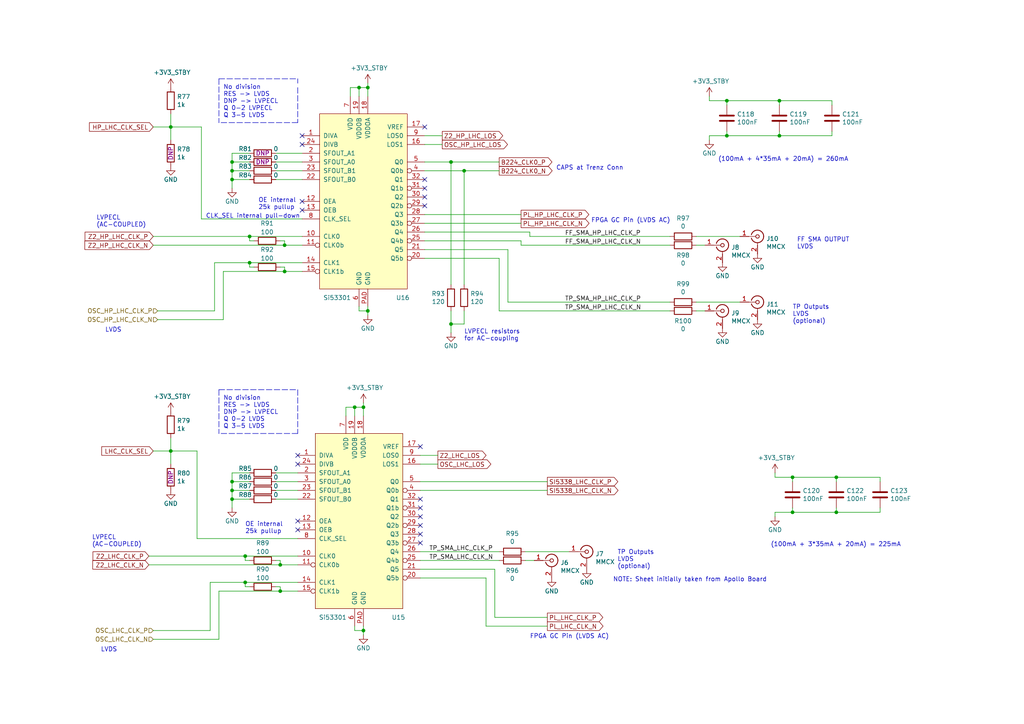
<source format=kicad_sch>
(kicad_sch (version 20211123) (generator eeschema)
  (paper "A4")
  (title_block (title "ATCA ZynqMP") (date "2020-08-20") (rev "v2.0") (company "Karlsruhe Institute of Technology (KIT) & São Paulo Research and Analysis Center (SPRACE)") (comment 1 "Luis Ardila, Oliver Sander, Luigi Calligaris, & André Cascadan"))
  (lib_symbols
    (symbol "Connector:Conn_Coaxial" (pin_names (offset 1.016) hide)
      (property "Reference" "J" (at 0.254 3.048 0))
      (property "Value" "Conn_Coaxial" (at 2.921 0 90))
      (symbol "Conn_Coaxial_0_1"
        (arc (start -1.778 -0.508) (mid 0.2311 -1.8066) (end 1.778 0) (stroke (width 0.254)))
        (polyline (pts (xy -2.54 0) (xy -0.508 0)))
        (polyline (pts (xy 0 -2.54) (xy 0 -1.778)))
        (circle (center 0 0) (radius 0.508) (stroke (width 0.2032)))
        (arc (start 1.778 0) (mid 0.2099 1.8101) (end -1.778 0.508) (stroke (width 0.254)))
      )
      (symbol "Conn_Coaxial_1_1"
        (pin passive line (at -5.08 0 0) (length 2.54) (name "In") (number "1"))
        (pin passive line (at 0 -5.08 90) (length 2.54) (name "Ext") (number "2"))
      )
    )
    (symbol "Device:C" (pin_numbers hide) (pin_names (offset 0.254))
      (property "Reference" "C" (at 0.635 2.54 0))
      (property "Value" "C" (at 0.635 -2.54 0))
      (symbol "C_0_1"
        (polyline (pts (xy -2.032 -0.762) (xy 2.032 -0.762)) (stroke (width 0.508)))
        (polyline (pts (xy -2.032 0.762) (xy 2.032 0.762)) (stroke (width 0.508)))
      )
      (symbol "C_1_1"
        (pin passive line (at 0 3.81 270) (length 2.794) (name "~") (number "1"))
        (pin passive line (at 0 -3.81 90) (length 2.794) (name "~") (number "2"))
      )
    )
    (symbol "Device:R" (pin_numbers hide) (pin_names (offset 0))
      (property "Reference" "R" (at 2.032 0 90))
      (property "Value" "R" (at 0 0 90))
      (symbol "R_0_1"
        (rectangle (start -1.016 -2.54) (end 1.016 2.54) (stroke (width 0.254)))
      )
      (symbol "R_1_1"
        (pin passive line (at 0 3.81 270) (length 1.27) (name "~") (number "1"))
        (pin passive line (at 0 -3.81 90) (length 1.27) (name "~") (number "2"))
      )
    )
    (symbol "KIT_Clock:Si53301" (pin_names (offset 1.016))
      (property "Reference" "U" (at 10.16 27.94 0))
      (property "Value" "Si53301" (at 7.62 -24.13 0))
      (symbol "Si53301_0_1"
        (rectangle (start -12.7 25.4) (end 12.7 -25.4) (fill (type background)))
      )
      (symbol "Si53301_1_1"
        (pin input line (at -17.78 19.05 0) (length 5.08) (name "DIVA") (number "1"))
        (pin input line (at -17.78 -10.16 0) (length 5.08) (name "CLK0") (number "10"))
        (pin input inverted (at -17.78 -12.7 0) (length 5.08) (name "CLK0b") (number "11"))
        (pin input line (at -17.78 0 0) (length 5.08) (name "OEA") (number "12"))
        (pin input line (at -17.78 -2.54 0) (length 5.08) (name "OEB") (number "13"))
        (pin input line (at -17.78 -17.78 0) (length 5.08) (name "CLK1") (number "14"))
        (pin input inverted (at -17.78 -20.32 0) (length 5.08) (name "CLK1b") (number "15"))
        (pin output line (at 17.78 16.51 180) (length 5.08) (name "LOS1") (number "16"))
        (pin power_out line (at 17.78 21.59 180) (length 5.08) (name "VREF") (number "17"))
        (pin power_in line (at 1.27 30.48 270) (length 5.08) (name "VDDOA") (number "18"))
        (pin power_in line (at -1.27 30.48 270) (length 5.08) (name "VDDOB") (number "19"))
        (pin input line (at -17.78 13.97 0) (length 5.08) (name "SFOUT_A1") (number "2"))
        (pin output inverted (at 17.78 -16.51 180) (length 5.08) (name "Q5b") (number "20"))
        (pin output line (at 17.78 -13.97 180) (length 5.08) (name "Q5") (number "21"))
        (pin input line (at -17.78 6.35 0) (length 5.08) (name "SFOUT_B0") (number "22"))
        (pin input line (at -17.78 8.89 0) (length 5.08) (name "SFOUT_B1") (number "23"))
        (pin input line (at -17.78 16.51 0) (length 5.08) (name "DIVB") (number "24"))
        (pin output inverted (at 17.78 -11.43 180) (length 5.08) (name "Q4b") (number "25"))
        (pin output line (at 17.78 -8.89 180) (length 5.08) (name "Q4") (number "26"))
        (pin output inverted (at 17.78 -6.35 180) (length 5.08) (name "Q3b") (number "27"))
        (pin output line (at 17.78 -3.81 180) (length 5.08) (name "Q3") (number "28"))
        (pin output inverted (at 17.78 -1.27 180) (length 5.08) (name "Q2b") (number "29"))
        (pin input line (at -17.78 11.43 0) (length 5.08) (name "SFOUT_A0") (number "3"))
        (pin output line (at 17.78 1.27 180) (length 5.08) (name "Q2") (number "30"))
        (pin output inverted (at 17.78 3.81 180) (length 5.08) (name "Q1b") (number "31"))
        (pin output line (at 17.78 6.35 180) (length 5.08) (name "Q1") (number "32"))
        (pin output inverted (at 17.78 8.89 180) (length 5.08) (name "Q0b") (number "4"))
        (pin output line (at 17.78 11.43 180) (length 5.08) (name "Q0") (number "5"))
        (pin power_in line (at -1.27 -30.48 90) (length 5.08) (name "GND") (number "6"))
        (pin power_in line (at -3.81 30.48 270) (length 5.08) (name "VDD") (number "7"))
        (pin input line (at -17.78 -5.08 0) (length 5.08) (name "CLK_SEL") (number "8"))
        (pin output line (at 17.78 19.05 180) (length 5.08) (name "LOS0") (number "9"))
        (pin power_in line (at 1.27 -30.48 90) (length 5.08) (name "GND") (number "PAD"))
      )
    )
    (symbol "KIT_Power:+3V3_STBY" (power) (pin_names (offset 0))
      (property "Value" "+3V3_STBY" (at 0 3.556 0))
      (symbol "+3V3_STBY_0_1"
        (polyline (pts (xy -0.762 1.27) (xy 0 2.54)))
        (polyline (pts (xy 0 0) (xy 0 2.54)))
        (polyline (pts (xy 0 2.54) (xy 0.762 1.27)))
      )
      (symbol "+3V3_STBY_1_1"
        (pin power_in line (at 0 0 90) (length 0) hide (name "+3V3_STBY") (number "1"))
      )
    )
    (symbol "power:GND" (power) (pin_names (offset 0))
      (property "Value" "GND" (at 0 -3.81 0))
      (symbol "GND_0_1"
        (polyline (pts (xy 0 0) (xy 0 -1.27) (xy 1.27 -1.27) (xy 0 -2.54) (xy -1.27 -1.27) (xy 0 -1.27)))
      )
      (symbol "GND_1_1"
        (pin power_in line (at 0 0 270) (length 0) hide (name "GND") (number "1"))
      )
    )
  )
  (junction (at 106.68 25.4))
  (junction (at 49.53 36.83))
  (junction (at 72.39 68.58))
  (junction (at 49.53 130.81))
  (junction (at 130.81 93.98))
  (junction (at 67.31 142.24))
  (junction (at 81.28 171.45))
  (junction (at 242.57 138.43))
  (junction (at 81.28 163.83))
  (junction (at 71.12 168.91))
  (junction (at 210.82 39.37))
  (junction (at 102.87 118.11))
  (junction (at 242.57 148.59))
  (junction (at 82.55 71.12))
  (junction (at 82.55 78.74))
  (junction (at 72.39 76.2))
  (junction (at 67.31 139.7))
  (junction (at 67.31 52.07))
  (junction (at 104.14 25.4))
  (junction (at 106.68 90.17))
  (junction (at 67.31 46.99))
  (junction (at 229.87 138.43))
  (junction (at 105.41 182.88))
  (junction (at 226.06 39.37))
  (junction (at 134.62 49.53))
  (junction (at 130.81 46.99))
  (junction (at 67.31 144.78))
  (junction (at 71.12 161.29))
  (junction (at 210.82 29.21))
  (junction (at 105.41 118.11))
  (junction (at 226.06 29.21))
  (junction (at 67.31 49.53))
  (junction (at 229.87 148.59))
  (no_connect (at 86.36 132.08))
  (no_connect (at 123.19 57.15))
  (no_connect (at 86.36 151.13))
  (no_connect (at 86.36 153.67))
  (no_connect (at 87.63 39.37))
  (no_connect (at 123.19 36.83))
  (no_connect (at 123.19 54.61))
  (no_connect (at 86.36 134.62))
  (no_connect (at 121.92 144.78))
  (no_connect (at 87.63 41.91))
  (no_connect (at 121.92 154.94))
  (no_connect (at 87.63 58.42))
  (no_connect (at 121.92 147.32))
  (no_connect (at 121.92 152.4))
  (no_connect (at 121.92 149.86))
  (no_connect (at 87.63 60.96))
  (no_connect (at 123.19 59.69))
  (no_connect (at 123.19 52.07))
  (no_connect (at 121.92 157.48))
  (no_connect (at 121.92 129.54))
  (wire (pts (xy 242.57 138.43) (xy 229.87 138.43)))
  (wire (pts (xy 100.33 120.65) (xy 100.33 118.11)))
  (wire (pts (xy 242.57 148.59) (xy 255.27 148.59)))
  (wire (pts (xy 72.39 139.7) (xy 67.31 139.7)))
  (wire (pts (xy 229.87 138.43) (xy 229.87 139.7)))
  (wire (pts (xy 62.23 76.2) (xy 72.39 76.2)))
  (wire (pts (xy 201.93 90.17) (xy 204.47 90.17)))
  (wire (pts (xy 87.63 44.45) (xy 80.01 44.45)))
  (wire (pts (xy 205.74 29.21) (xy 205.74 27.94)))
  (wire (pts (xy 81.28 77.47) (xy 82.55 77.47)))
  (wire (pts (xy 140.97 167.64) (xy 140.97 181.61)))
  (wire (pts (xy 123.19 46.99) (xy 130.81 46.99)))
  (wire (pts (xy 134.62 93.98) (xy 130.81 93.98)))
  (wire (pts (xy 67.31 142.24) (xy 67.31 144.78)))
  (wire (pts (xy 67.31 46.99) (xy 67.31 49.53)))
  (wire (pts (xy 143.51 165.1) (xy 121.92 165.1)))
  (wire (pts (xy 87.63 52.07) (xy 80.01 52.07)))
  (wire (pts (xy 44.45 185.42) (xy 63.5 185.42)))
  (wire (pts (xy 81.28 171.45) (xy 86.36 171.45)))
  (wire (pts (xy 62.23 90.17) (xy 62.23 76.2)))
  (wire (pts (xy 45.72 92.71) (xy 64.77 92.71)))
  (polyline (pts (xy 86.36 25.4) (xy 86.36 35.56)))
  (polyline (pts (xy 63.5 22.86) (xy 86.36 22.86)))
  (wire (pts (xy 201.93 71.12) (xy 204.47 71.12)))
  (wire (pts (xy 67.31 139.7) (xy 67.31 142.24)))
  (polyline (pts (xy 63.5 22.86) (xy 63.5 35.56)))
  (wire (pts (xy 80.01 49.53) (xy 87.63 49.53)))
  (wire (pts (xy 134.62 49.53) (xy 144.78 49.53)))
  (wire (pts (xy 71.12 170.18) (xy 71.12 168.91)))
  (polyline (pts (xy 63.5 113.03) (xy 63.5 125.73)))
  (wire (pts (xy 72.39 144.78) (xy 67.31 144.78)))
  (wire (pts (xy 104.14 90.17) (xy 104.14 88.9)))
  (wire (pts (xy 151.13 71.12) (xy 194.31 71.12)))
  (wire (pts (xy 229.87 148.59) (xy 242.57 148.59)))
  (wire (pts (xy 242.57 138.43) (xy 242.57 139.7)))
  (wire (pts (xy 67.31 52.07) (xy 67.31 54.61)))
  (wire (pts (xy 130.81 46.99) (xy 144.78 46.99)))
  (wire (pts (xy 210.82 30.48) (xy 210.82 29.21)))
  (wire (pts (xy 255.27 148.59) (xy 255.27 147.32)))
  (wire (pts (xy 140.97 181.61) (xy 158.75 181.61)))
  (wire (pts (xy 57.15 130.81) (xy 57.15 156.21)))
  (wire (pts (xy 123.19 69.85) (xy 151.13 69.85)))
  (wire (pts (xy 72.39 44.45) (xy 67.31 44.45)))
  (wire (pts (xy 67.31 49.53) (xy 72.39 49.53)))
  (wire (pts (xy 71.12 162.56) (xy 72.39 162.56)))
  (wire (pts (xy 100.33 118.11) (xy 102.87 118.11)))
  (wire (pts (xy 64.77 78.74) (xy 82.55 78.74)))
  (wire (pts (xy 242.57 147.32) (xy 242.57 148.59)))
  (wire (pts (xy 101.6 27.94) (xy 101.6 25.4)))
  (wire (pts (xy 147.32 87.63) (xy 147.32 72.39)))
  (wire (pts (xy 45.72 90.17) (xy 62.23 90.17)))
  (wire (pts (xy 80.01 170.18) (xy 81.28 170.18)))
  (wire (pts (xy 121.92 134.62) (xy 127 134.62)))
  (wire (pts (xy 67.31 137.16) (xy 67.31 139.7)))
  (wire (pts (xy 158.75 179.07) (xy 143.51 179.07)))
  (wire (pts (xy 81.28 163.83) (xy 81.28 162.56)))
  (wire (pts (xy 44.45 68.58) (xy 72.39 68.58)))
  (wire (pts (xy 87.63 46.99) (xy 80.01 46.99)))
  (wire (pts (xy 123.19 41.91) (xy 128.27 41.91)))
  (wire (pts (xy 102.87 182.88) (xy 102.87 181.61)))
  (wire (pts (xy 106.68 90.17) (xy 104.14 90.17)))
  (wire (pts (xy 86.36 137.16) (xy 80.01 137.16)))
  (polyline (pts (xy 86.36 113.03) (xy 86.36 125.73)))
  (wire (pts (xy 106.68 90.17) (xy 106.68 91.44)))
  (wire (pts (xy 72.39 170.18) (xy 71.12 170.18)))
  (wire (pts (xy 255.27 139.7) (xy 255.27 138.43)))
  (wire (pts (xy 101.6 25.4) (xy 104.14 25.4)))
  (wire (pts (xy 123.19 49.53) (xy 134.62 49.53)))
  (wire (pts (xy 106.68 88.9) (xy 106.68 90.17)))
  (wire (pts (xy 210.82 39.37) (xy 226.06 39.37)))
  (wire (pts (xy 205.74 40.64) (xy 205.74 39.37)))
  (wire (pts (xy 82.55 69.85) (xy 81.28 69.85)))
  (wire (pts (xy 72.39 68.58) (xy 72.39 69.85)))
  (wire (pts (xy 201.93 87.63) (xy 214.63 87.63)))
  (wire (pts (xy 72.39 77.47) (xy 72.39 76.2)))
  (wire (pts (xy 121.92 162.56) (xy 144.78 162.56)))
  (wire (pts (xy 86.36 139.7) (xy 80.01 139.7)))
  (wire (pts (xy 81.28 170.18) (xy 81.28 171.45)))
  (wire (pts (xy 210.82 29.21) (xy 226.06 29.21)))
  (wire (pts (xy 86.36 144.78) (xy 80.01 144.78)))
  (wire (pts (xy 49.53 127) (xy 49.53 130.81)))
  (wire (pts (xy 255.27 138.43) (xy 242.57 138.43)))
  (wire (pts (xy 63.5 185.42) (xy 63.5 171.45)))
  (wire (pts (xy 44.45 71.12) (xy 82.55 71.12)))
  (wire (pts (xy 43.18 161.29) (xy 71.12 161.29)))
  (wire (pts (xy 130.81 93.98) (xy 130.81 96.52)))
  (wire (pts (xy 82.55 78.74) (xy 87.63 78.74)))
  (wire (pts (xy 144.78 90.17) (xy 194.31 90.17)))
  (wire (pts (xy 58.42 36.83) (xy 58.42 63.5)))
  (wire (pts (xy 105.41 181.61) (xy 105.41 182.88)))
  (wire (pts (xy 82.55 71.12) (xy 87.63 71.12)))
  (wire (pts (xy 123.19 67.31) (xy 153.67 67.31)))
  (wire (pts (xy 229.87 138.43) (xy 224.79 138.43)))
  (wire (pts (xy 60.96 182.88) (xy 60.96 168.91)))
  (wire (pts (xy 72.39 76.2) (xy 87.63 76.2)))
  (wire (pts (xy 64.77 92.71) (xy 64.77 78.74)))
  (wire (pts (xy 121.92 139.7) (xy 158.75 139.7)))
  (wire (pts (xy 105.41 182.88) (xy 105.41 184.15)))
  (wire (pts (xy 134.62 90.17) (xy 134.62 93.98)))
  (wire (pts (xy 102.87 120.65) (xy 102.87 118.11)))
  (wire (pts (xy 82.55 71.12) (xy 82.55 69.85)))
  (wire (pts (xy 205.74 39.37) (xy 210.82 39.37)))
  (wire (pts (xy 226.06 38.1) (xy 226.06 39.37)))
  (wire (pts (xy 226.06 39.37) (xy 241.3 39.37)))
  (wire (pts (xy 105.41 116.84) (xy 105.41 118.11)))
  (wire (pts (xy 67.31 142.24) (xy 72.39 142.24)))
  (wire (pts (xy 121.92 167.64) (xy 140.97 167.64)))
  (wire (pts (xy 241.3 29.21) (xy 241.3 30.48)))
  (wire (pts (xy 44.45 182.88) (xy 60.96 182.88)))
  (wire (pts (xy 104.14 25.4) (xy 106.68 25.4)))
  (wire (pts (xy 71.12 161.29) (xy 86.36 161.29)))
  (wire (pts (xy 49.53 33.02) (xy 49.53 36.83)))
  (wire (pts (xy 201.93 68.58) (xy 214.63 68.58)))
  (wire (pts (xy 82.55 77.47) (xy 82.55 78.74)))
  (wire (pts (xy 67.31 49.53) (xy 67.31 52.07)))
  (wire (pts (xy 49.53 130.81) (xy 49.53 134.62)))
  (wire (pts (xy 44.45 130.81) (xy 49.53 130.81)))
  (wire (pts (xy 130.81 46.99) (xy 130.81 82.55)))
  (wire (pts (xy 241.3 38.1) (xy 241.3 39.37)))
  (wire (pts (xy 72.39 46.99) (xy 67.31 46.99)))
  (wire (pts (xy 143.51 165.1) (xy 143.51 179.07)))
  (wire (pts (xy 49.53 130.81) (xy 57.15 130.81)))
  (polyline (pts (xy 63.5 113.03) (xy 86.36 113.03)))
  (wire (pts (xy 49.53 36.83) (xy 58.42 36.83)))
  (wire (pts (xy 104.14 27.94) (xy 104.14 25.4)))
  (wire (pts (xy 144.78 90.17) (xy 144.78 74.93)))
  (wire (pts (xy 72.39 137.16) (xy 67.31 137.16)))
  (polyline (pts (xy 86.36 24.13) (xy 86.36 22.86)))
  (wire (pts (xy 60.96 168.91) (xy 71.12 168.91)))
  (wire (pts (xy 229.87 147.32) (xy 229.87 148.59)))
  (wire (pts (xy 123.19 62.23) (xy 151.13 62.23)))
  (wire (pts (xy 72.39 69.85) (xy 73.66 69.85)))
  (wire (pts (xy 205.74 29.21) (xy 210.82 29.21)))
  (wire (pts (xy 130.81 90.17) (xy 130.81 93.98)))
  (wire (pts (xy 67.31 144.78) (xy 67.31 147.32)))
  (wire (pts (xy 80.01 142.24) (xy 86.36 142.24)))
  (wire (pts (xy 224.79 149.86) (xy 224.79 148.59)))
  (wire (pts (xy 43.18 163.83) (xy 81.28 163.83)))
  (wire (pts (xy 81.28 163.83) (xy 86.36 163.83)))
  (wire (pts (xy 102.87 118.11) (xy 105.41 118.11)))
  (wire (pts (xy 71.12 161.29) (xy 71.12 162.56)))
  (wire (pts (xy 226.06 29.21) (xy 241.3 29.21)))
  (wire (pts (xy 123.19 64.77) (xy 151.13 64.77)))
  (wire (pts (xy 105.41 118.11) (xy 105.41 120.65)))
  (wire (pts (xy 105.41 182.88) (xy 102.87 182.88)))
  (wire (pts (xy 44.45 36.83) (xy 49.53 36.83)))
  (wire (pts (xy 67.31 44.45) (xy 67.31 46.99)))
  (wire (pts (xy 151.13 71.12) (xy 151.13 69.85)))
  (wire (pts (xy 106.68 24.13) (xy 106.68 25.4)))
  (wire (pts (xy 81.28 162.56) (xy 80.01 162.56)))
  (wire (pts (xy 153.67 68.58) (xy 153.67 67.31)))
  (wire (pts (xy 147.32 87.63) (xy 194.31 87.63)))
  (wire (pts (xy 123.19 72.39) (xy 147.32 72.39)))
  (polyline (pts (xy 86.36 125.73) (xy 63.5 125.73)))
  (wire (pts (xy 58.42 63.5) (xy 87.63 63.5)))
  (wire (pts (xy 123.19 74.93) (xy 144.78 74.93)))
  (wire (pts (xy 123.19 39.37) (xy 128.27 39.37)))
  (wire (pts (xy 121.92 160.02) (xy 144.78 160.02)))
  (wire (pts (xy 121.92 142.24) (xy 158.75 142.24)))
  (wire (pts (xy 106.68 25.4) (xy 106.68 27.94)))
  (wire (pts (xy 226.06 29.21) (xy 226.06 30.48)))
  (wire (pts (xy 57.15 156.21) (xy 86.36 156.21)))
  (wire (pts (xy 49.53 36.83) (xy 49.53 40.64)))
  (wire (pts (xy 152.4 160.02) (xy 165.1 160.02)))
  (wire (pts (xy 72.39 68.58) (xy 87.63 68.58)))
  (wire (pts (xy 73.66 77.47) (xy 72.39 77.47)))
  (wire (pts (xy 152.4 162.56) (xy 154.94 162.56)))
  (wire (pts (xy 63.5 171.45) (xy 81.28 171.45)))
  (wire (pts (xy 224.79 148.59) (xy 229.87 148.59)))
  (wire (pts (xy 224.79 138.43) (xy 224.79 137.16)))
  (polyline (pts (xy 86.36 35.56) (xy 63.5 35.56)))
  (wire (pts (xy 210.82 39.37) (xy 210.82 38.1)))
  (wire (pts (xy 153.67 68.58) (xy 194.31 68.58)))
  (wire (pts (xy 134.62 49.53) (xy 134.62 82.55)))
  (wire (pts (xy 71.12 168.91) (xy 86.36 168.91)))
  (wire (pts (xy 72.39 52.07) (xy 67.31 52.07)))
  (wire (pts (xy 121.92 132.08) (xy 127 132.08)))
  (text "OE internal \n25k pullup" (at 74.93 60.96 0) (effects (font (size 1.27 1.27)) (justify left bottom)))
  (text "(100mA + 4*35mA + 20mA) = 260mA" (at 208.28 46.99 0) (effects (font (size 1.27 1.27)) (justify left bottom)))
  (text "(100mA + 3*35mA + 20mA) = 225mA" (at 223.52 158.75 0) (effects (font (size 1.27 1.27)) (justify left bottom)))
  (text "OE internal \n25k pullup" (at 71.12 154.94 0) (effects (font (size 1.27 1.27)) (justify left bottom)))
  (text "No division\nRES -> LVDS\nDNP -> LVPECL\nQ 0-2 LVPECL\nQ 3-5 LVDS " (at 64.77 34.29 0) (effects (font (size 1.27 1.27)) (justify left bottom)))
  (text "FPGA GC Pin (LVDS AC)" (at 171.45 64.77 0) (effects (font (size 1.27 1.27)) (justify left bottom)))
  (text "FPGA GC Pin (LVDS AC)" (at 153.67 185.42 0) (effects (font (size 1.27 1.27)) (justify left bottom)))
  (text "LVPECL resistors\nfor AC-coupling" (at 134.62 99.06 0) (effects (font (size 1.27 1.27)) (justify left bottom)))
  (text "LVDS" (at 30.48 96.52 0) (effects (font (size 1.27 1.27)) (justify left bottom)))
  (text "TP Outputs\nLVDS\n(optional)" (at 229.87 93.98 0) (effects (font (size 1.27 1.27)) (justify left bottom)))
  (text "CLK_SEL internal pull-down" (at 59.69 63.5 0) (effects (font (size 1.27 1.27)) (justify left bottom)))
  (text "TP Outputs\nLVDS\n(optional)" (at 179.07 165.1 0) (effects (font (size 1.27 1.27)) (justify left bottom)))
  (text "CAPS at Trenz Conn" (at 161.29 49.53 0) (effects (font (size 1.27 1.27)) (justify left bottom)))
  (text "LVDS" (at 29.21 189.23 0) (effects (font (size 1.27 1.27)) (justify left bottom)))
  (text "NOTE: Sheet initially taken from Apollo Board" (at 177.8 168.91 0) (effects (font (size 1.27 1.27)) (justify left bottom)))
  (text "LVPECL\n(AC-COUPLED)" (at 26.67 158.75 0) (effects (font (size 1.27 1.27)) (justify left bottom)))
  (text "No division\nRES -> LVDS\nDNP -> LVPECL\nQ 0-2 LVDS\nQ 3-5 LVDS " (at 64.77 124.46 0) (effects (font (size 1.27 1.27)) (justify left bottom)))
  (text "LVPECL\n(AC-COUPLED)" (at 27.94 66.04 0) (effects (font (size 1.27 1.27)) (justify left bottom)))
  (text "FF SMA OUTPUT\nLVDS" (at 231.14 72.39 0) (effects (font (size 1.27 1.27)) (justify left bottom)))
  (label "TP_SMA_LHC_CLK_N" (at 124.46 162.56 0))
  (label "FF_SMA_HP_LHC_CLK_P" (at 163.83 68.58 0))
  (label "TP_SMA_HP_LHC_CLK_P" (at 163.83 87.63 0))
  (label "TP_SMA_LHC_CLK_P" (at 124.46 160.02 0))
  (label "TP_SMA_HP_LHC_CLK_N" (at 163.83 90.17 0))
  (label "FF_SMA_HP_LHC_CLK_N" (at 163.83 71.12 0))
  (global_label "Z2_LHC_CLK_N" (shape input) (at 43.18 163.83 180) (property "Intersheet References" "${INTERSHEET_REFS}" (effects hide)))
  (global_label "Z2_LHC_LOS" (shape output) (at 127 132.08 0) (property "Intersheet References" "${INTERSHEET_REFS}" (effects hide)))
  (global_label "OSC_HP_LHC_LOS" (shape output) (at 128.27 41.91 0) (property "Intersheet References" "${INTERSHEET_REFS}" (effects hide)))
  (global_label "Z2_HP_LHC_CLK_N" (shape input) (at 44.45 71.12 180) (property "Intersheet References" "${INTERSHEET_REFS}" (effects hide)))
  (global_label "Z2_LHC_CLK_P" (shape input) (at 43.18 161.29 180) (property "Intersheet References" "${INTERSHEET_REFS}" (effects hide)))
  (global_label "HP_LHC_CLK_SEL" (shape input) (at 44.45 36.83 180) (property "Intersheet References" "${INTERSHEET_REFS}" (effects hide)))
  (global_label "PL_HP_LHC_CLK_P" (shape output) (at 151.13 62.23 0) (property "Intersheet References" "${INTERSHEET_REFS}" (effects hide)))
  (global_label "LHC_CLK_SEL" (shape input) (at 44.45 130.81 180) (property "Intersheet References" "${INTERSHEET_REFS}" (effects hide)))
  (global_label "OSC_LHC_LOS" (shape output) (at 127 134.62 0) (property "Intersheet References" "${INTERSHEET_REFS}" (effects hide)))
  (global_label "B224_CLK0_P" (shape output) (at 144.78 46.99 0) (property "Intersheet References" "${INTERSHEET_REFS}" (effects hide)))
  (global_label "PL_HP_LHC_CLK_N" (shape output) (at 151.13 64.77 0) (property "Intersheet References" "${INTERSHEET_REFS}" (effects hide)))
  (global_label "B224_CLK0_N" (shape output) (at 144.78 49.53 0) (property "Intersheet References" "${INTERSHEET_REFS}" (effects hide)))
  (global_label "PL_LHC_CLK_N" (shape output) (at 158.75 181.61 0) (property "Intersheet References" "${INTERSHEET_REFS}" (effects hide)))
  (global_label "Z2_HP_LHC_CLK_P" (shape input) (at 44.45 68.58 180) (property "Intersheet References" "${INTERSHEET_REFS}" (effects hide)))
  (global_label "Z2_HP_LHC_LOS" (shape output) (at 128.27 39.37 0) (property "Intersheet References" "${INTERSHEET_REFS}" (effects hide)))
  (global_label "SI5338_LHC_CLK_P" (shape output) (at 158.75 139.7 0) (property "Intersheet References" "${INTERSHEET_REFS}" (effects hide)))
  (global_label "PL_LHC_CLK_P" (shape output) (at 158.75 179.07 0) (property "Intersheet References" "${INTERSHEET_REFS}" (effects hide)))
  (global_label "SI5338_LHC_CLK_N" (shape output) (at 158.75 142.24 0) (property "Intersheet References" "${INTERSHEET_REFS}" (effects hide)))
  (hierarchical_label "OSC_LHC_CLK_P" (shape input) (at 44.45 182.88 180))
  (hierarchical_label "OSC_LHC_CLK_N" (shape input) (at 44.45 185.42 180))
  (hierarchical_label "OSC_HP_LHC_CLK_N" (shape input) (at 45.72 92.71 180))
  (hierarchical_label "OSC_HP_LHC_CLK_P" (shape input) (at 45.72 90.17 180))
  (symbol (lib_id "Device:R") (at 49.53 44.45 0) (unit 1)
    (property "Reference" "R78" (at 51.308 43.2816 0) (effects (justify left)))
    (property "Value" "1k" (at 51.308 45.593 0) (effects (justify left)))
    (property "Footprint" "KIT_Resistor_SMD:R_0402_1005Metric_DNP" (effects hide))
    (property "DNP" "DNP" (at 49.53 44.45 90))
    (property "stock" "AVT-IPE" (effects hide))
  )
  (symbol (lib_id "KIT_Clock:Si53301") (at 105.41 58.42 0) (unit 1)
    (property "Reference" "U16" (at 116.84 86.36 0))
    (property "Value" "Si53301" (at 97.79 86.36 0))
    (property "Footprint" "KIT_Package_DFN_QFN:QFN-32-1EP_5x5mm_P0.5mm_EP2.2x2.2mm" (effects hide))
    (property "Datasheet" "https://www.silabs.com/documents/public/data-sheets/si5330x-datasheet.pdf" (effects hide))
    (property "digikey#" "336-2391-ND" (effects hide))
    (property "manf" "Silicon Labs" (effects hide))
    (property "manf#" "SI53301-B-GM" (effects hide))
    (property "info" "Clock Fanout Buffer (Distribution), Multiplexer, Translator IC 1:6 725MHz 32-VFQFN Exposed Pad" (effects hide))
  )
  (symbol (lib_id "Device:R") (at 49.53 29.21 0) (unit 1)
    (property "Reference" "R77" (at 51.308 28.0416 0) (effects (justify left)))
    (property "Value" "1k" (at 51.308 30.353 0) (effects (justify left)))
    (property "Footprint" "Resistor_SMD:R_0402_1005Metric" (effects hide))
    (property "stock" "AVT-IPE" (effects hide))
    (property "tolerance" "1%" (effects hide))
  )
  (symbol (lib_id "Device:R") (at 77.47 77.47 270) (unit 1)
    (property "Reference" "R92" (at 77.47 72.39 90))
    (property "Value" "100" (at 77.47 74.93 90))
    (property "Footprint" "Resistor_SMD:R_0402_1005Metric" (effects hide))
    (property "stock" "AVT-IPE" (effects hide))
  )
  (symbol (lib_id "Device:R") (at 77.47 69.85 270) (unit 1)
    (property "Reference" "R91" (at 77.47 64.77 90))
    (property "Value" "100" (at 77.47 67.31 90))
    (property "Footprint" "Resistor_SMD:R_0402_1005Metric" (effects hide))
    (property "stock" "AVT-IPE" (effects hide))
  )
  (symbol (lib_id "Device:R") (at 130.81 86.36 0) (unit 1)
    (property "Reference" "R93" (at 129.0574 85.1916 0) (effects (justify right)))
    (property "Value" "120" (at 129.0574 87.503 0) (effects (justify right)))
    (property "Footprint" "Resistor_SMD:R_0402_1005Metric" (effects hide))
  )
  (symbol (lib_id "Device:R") (at 134.62 86.36 0) (unit 1)
    (property "Reference" "R94" (at 136.398 85.1916 0) (effects (justify left)))
    (property "Value" "120" (at 136.398 87.503 0) (effects (justify left)))
    (property "Footprint" "Resistor_SMD:R_0402_1005Metric" (effects hide))
  )
  (symbol (lib_id "power:GND") (at 130.81 96.52 0) (unit 1)
    (property "Reference" "#PWR0126" (effects hide))
    (property "Value" "GND" (at 130.81 100.33 0))
  )
  (symbol (lib_id "Device:R") (at 76.2 46.99 90) (unit 1)
    (property "Reference" "R82" (at 71.12 45.72 90))
    (property "Value" "0" (at 80.01 45.72 90))
    (property "Footprint" "KIT_Resistor_SMD:R_0402_1005Metric_DNP" (effects hide))
    (property "DNP" "DNP" (at 76.2 46.99 90))
    (property "stock" "AVT-IPE" (effects hide))
    (property "tolerance" "1%" (effects hide))
  )
  (symbol (lib_id "Device:R") (at 76.2 44.45 90) (unit 1)
    (property "Reference" "R81" (at 71.12 43.18 90))
    (property "Value" "0" (at 80.01 43.18 90))
    (property "Footprint" "KIT_Resistor_SMD:R_0402_1005Metric_DNP" (effects hide))
    (property "DNP" "DNP" (at 76.2 44.45 90))
    (property "stock" "AVT-IPE" (effects hide))
    (property "tolerance" "1%" (effects hide))
  )
  (symbol (lib_id "power:GND") (at 106.68 91.44 0) (unit 1)
    (property "Reference" "#PWR0125" (effects hide))
    (property "Value" "GND" (at 106.68 95.25 0))
  )
  (symbol (lib_id "power:GND") (at 49.53 48.26 0) (unit 1)
    (property "Reference" "#PWR0117" (effects hide))
    (property "Value" "GND" (at 49.53 52.07 0))
  )
  (symbol (lib_id "Device:C") (at 241.3 34.29 0) (mirror y) (unit 1)
    (property "Reference" "C121" (at 244.221 33.1216 0) (effects (justify right)))
    (property "Value" "100nF" (at 244.221 35.433 0) (effects (justify right)))
    (property "Footprint" "Capacitor_SMD:C_0402_1005Metric" (effects hide))
    (property "voltage" "25 V" (effects hide))
    (property "stock" "AVT-IPE" (effects hide))
  )
  (symbol (lib_id "Device:C") (at 226.06 34.29 0) (mirror y) (unit 1)
    (property "Reference" "C119" (at 228.981 33.1216 0) (effects (justify right)))
    (property "Value" "100nF" (at 228.981 35.433 0) (effects (justify right)))
    (property "Footprint" "Capacitor_SMD:C_0402_1005Metric" (effects hide))
    (property "voltage" "25 V" (effects hide))
    (property "stock" "AVT-IPE" (effects hide))
  )
  (symbol (lib_id "Device:C") (at 210.82 34.29 0) (mirror y) (unit 1)
    (property "Reference" "C118" (at 213.741 33.1216 0) (effects (justify right)))
    (property "Value" "100nF" (at 213.741 35.433 0) (effects (justify right)))
    (property "Footprint" "Capacitor_SMD:C_0402_1005Metric" (effects hide))
    (property "voltage" "25 V" (effects hide))
    (property "stock" "AVT-IPE" (effects hide))
  )
  (symbol (lib_id "KIT_Clock:Si53301") (at 104.14 151.13 0) (unit 1)
    (property "Reference" "U15" (at 115.57 179.07 0))
    (property "Value" "Si53301" (at 96.52 179.07 0))
    (property "Footprint" "KIT_Package_DFN_QFN:QFN-32-1EP_5x5mm_P0.5mm_EP2.2x2.2mm" (effects hide))
    (property "Datasheet" "https://www.silabs.com/documents/public/data-sheets/si5330x-datasheet.pdf" (effects hide))
    (property "digikey#" "336-2391-ND" (effects hide))
    (property "info" "Clock Fanout Buffer (Distribution), Multiplexer, Translator IC 1:6 725MHz 32-VFQFN Exposed Pad" (effects hide))
    (property "manf" "Silicon Labs" (effects hide))
    (property "manf#" "SI53301-B-GM" (effects hide))
  )
  (symbol (lib_id "Device:R") (at 49.53 138.43 0) (unit 1)
    (property "Reference" "R80" (at 51.308 137.2616 0) (effects (justify left)))
    (property "Value" "1k" (at 51.308 139.573 0) (effects (justify left)))
    (property "Footprint" "KIT_Resistor_SMD:R_0402_1005Metric_DNP" (effects hide))
    (property "DNP" "DNP" (at 49.53 138.43 90))
    (property "stock" "AVT-IPE" (effects hide))
  )
  (symbol (lib_id "Device:R") (at 76.2 162.56 270) (unit 1)
    (property "Reference" "R89" (at 76.2 157.48 90))
    (property "Value" "100" (at 76.2 160.02 90))
    (property "Footprint" "Resistor_SMD:R_0402_1005Metric" (effects hide))
    (property "stock" "AVT-IPE" (effects hide))
  )
  (symbol (lib_id "Device:R") (at 76.2 170.18 270) (unit 1)
    (property "Reference" "R90" (at 76.2 165.1 90))
    (property "Value" "100" (at 76.2 167.64 90))
    (property "Footprint" "Resistor_SMD:R_0402_1005Metric" (effects hide))
    (property "stock" "AVT-IPE" (effects hide))
  )
  (symbol (lib_id "Device:R") (at 76.2 139.7 90) (unit 1)
    (property "Reference" "R86" (at 71.12 138.43 90))
    (property "Value" "0" (at 80.01 138.43 90))
    (property "Footprint" "Resistor_SMD:R_0402_1005Metric" (effects hide))
    (property "Datasheet" "Datasheet" (effects hide))
    (property "stock" "AVT-IPE" (effects hide))
    (property "tolerance" "1%" (effects hide))
  )
  (symbol (lib_id "power:GND") (at 105.41 184.15 0) (unit 1)
    (property "Reference" "#PWR0123" (effects hide))
    (property "Value" "GND" (at 105.41 187.96 0))
  )
  (symbol (lib_id "Device:R") (at 49.53 123.19 0) (unit 1)
    (property "Reference" "R79" (at 51.308 122.0216 0) (effects (justify left)))
    (property "Value" "1k" (at 51.308 124.333 0) (effects (justify left)))
    (property "Footprint" "Resistor_SMD:R_0402_1005Metric" (effects hide))
    (property "stock" "AVT-IPE" (effects hide))
    (property "tolerance" "1%" (effects hide))
  )
  (symbol (lib_id "power:GND") (at 49.53 142.24 0) (unit 1)
    (property "Reference" "#PWR0119" (effects hide))
    (property "Value" "GND" (at 49.53 146.05 0))
  )
  (symbol (lib_id "Device:R") (at 76.2 137.16 90) (unit 1)
    (property "Reference" "R85" (at 71.12 135.89 90))
    (property "Value" "0" (at 80.01 135.89 90))
    (property "Footprint" "Resistor_SMD:R_0402_1005Metric" (effects hide))
    (property "Datasheet" "Datasheet" (effects hide))
    (property "stock" "AVT-IPE" (effects hide))
    (property "tolerance" "1%" (effects hide))
  )
  (symbol (lib_id "Device:C") (at 255.27 143.51 0) (mirror y) (unit 1)
    (property "Reference" "C123" (at 258.191 142.3416 0) (effects (justify right)))
    (property "Value" "100nF" (at 258.191 144.653 0) (effects (justify right)))
    (property "Footprint" "Capacitor_SMD:C_0402_1005Metric" (effects hide))
    (property "voltage" "25 V" (effects hide))
    (property "stock" "AVT-IPE" (effects hide))
  )
  (symbol (lib_id "Device:C") (at 242.57 143.51 0) (mirror y) (unit 1)
    (property "Reference" "C122" (at 245.491 142.3416 0) (effects (justify right)))
    (property "Value" "100nF" (at 245.491 144.653 0) (effects (justify right)))
    (property "Footprint" "Capacitor_SMD:C_0402_1005Metric" (effects hide))
    (property "voltage" "25 V" (effects hide))
    (property "stock" "AVT-IPE" (effects hide))
  )
  (symbol (lib_id "Device:C") (at 229.87 143.51 0) (mirror y) (unit 1)
    (property "Reference" "C120" (at 232.791 142.3416 0) (effects (justify right)))
    (property "Value" "100nF" (at 232.791 144.653 0) (effects (justify right)))
    (property "Footprint" "Capacitor_SMD:C_0402_1005Metric" (effects hide))
    (property "voltage" "25 V" (effects hide))
    (property "stock" "AVT-IPE" (effects hide))
  )
  (symbol (lib_id "power:GND") (at 67.31 54.61 0) (unit 1)
    (property "Reference" "#PWR0120" (effects hide))
    (property "Value" "GND" (at 67.31 58.42 0))
  )
  (symbol (lib_id "power:GND") (at 67.31 147.32 0) (unit 1)
    (property "Reference" "#PWR0121" (effects hide))
    (property "Value" "GND" (at 67.31 151.13 0))
  )
  (symbol (lib_id "Connector:Conn_Coaxial") (at 219.71 68.58 0) (unit 1)
    (property "Reference" "J10" (at 222.25 69.215 0) (effects (justify left)))
    (property "Value" "MMCX" (at 222.25 71.5264 0) (effects (justify left)))
    (property "Footprint" "Connector_Coaxial:MMCX_Molex_73415-1471_Vertical" (effects hide))
    (property "Datasheet" "Datasheet" (effects hide))
    (property "DNP" "DNP" (effects hide))
    (property "digikey#" "WM5557-ND" (effects hide))
    (property "info" "MMCX Connector Jack, Female Socket 50Ohm Through Hole Solder" (effects hide))
    (property "manf" "Molex" (effects hide))
    (property "manf#" "0734151471" (effects hide))
  )
  (symbol (lib_id "Connector:Conn_Coaxial") (at 209.55 71.12 0) (unit 1)
    (property "Reference" "J8" (at 212.09 71.755 0) (effects (justify left)))
    (property "Value" "MMCX" (at 212.09 74.0664 0) (effects (justify left)))
    (property "Footprint" "Connector_Coaxial:MMCX_Molex_73415-1471_Vertical" (effects hide))
    (property "Datasheet" "Datasheet" (effects hide))
    (property "DNP" "DNP" (effects hide))
    (property "digikey#" "WM5557-ND" (effects hide))
    (property "info" "MMCX Connector Jack, Female Socket 50Ohm Through Hole Solder" (effects hide))
    (property "manf" "Molex" (effects hide))
    (property "manf#" "0734151471" (effects hide))
  )
  (symbol (lib_id "power:GND") (at 209.55 76.2 0) (unit 1)
    (property "Reference" "#PWR0131" (effects hide))
    (property "Value" "GND" (at 209.55 80.01 0))
  )
  (symbol (lib_id "power:GND") (at 219.71 73.66 0) (unit 1)
    (property "Reference" "#PWR0133" (effects hide))
    (property "Value" "GND" (at 219.71 77.47 0))
  )
  (symbol (lib_id "Device:R") (at 198.12 68.58 270) (unit 1)
    (property "Reference" "R97" (at 198.12 63.3222 90))
    (property "Value" "0" (at 198.12 65.6336 90))
    (property "Footprint" "Resistor_SMD:R_0603_1608Metric" (effects hide))
    (property "stock" "AVT-IPE" (effects hide))
  )
  (symbol (lib_id "Device:R") (at 198.12 71.12 270) (mirror x) (unit 1)
    (property "Reference" "R98" (at 198.12 74.041 90))
    (property "Value" "0" (at 198.12 76.3524 90))
    (property "Footprint" "Resistor_SMD:R_0603_1608Metric" (effects hide))
    (property "stock" "AVT-IPE" (effects hide))
  )
  (symbol (lib_id "Connector:Conn_Coaxial") (at 219.71 87.63 0) (unit 1)
    (property "Reference" "J11" (at 222.25 88.265 0) (effects (justify left)))
    (property "Value" "MMCX" (at 222.25 90.5764 0) (effects (justify left)))
    (property "Footprint" "Connector_Coaxial:MMCX_Molex_73415-1471_Vertical" (effects hide))
    (property "Datasheet" "Datasheet" (effects hide))
    (property "DNP" "DNP" (effects hide))
    (property "digikey#" "WM5557-ND" (effects hide))
    (property "info" "MMCX Connector Jack, Female Socket 50Ohm Through Hole Solder" (effects hide))
    (property "manf" "Molex" (effects hide))
    (property "manf#" "0734151471" (effects hide))
  )
  (symbol (lib_id "Connector:Conn_Coaxial") (at 209.55 90.17 0) (unit 1)
    (property "Reference" "J9" (at 212.09 90.805 0) (effects (justify left)))
    (property "Value" "MMCX" (at 212.09 93.1164 0) (effects (justify left)))
    (property "Footprint" "Connector_Coaxial:MMCX_Molex_73415-1471_Vertical" (effects hide))
    (property "Datasheet" "Datasheet" (effects hide))
    (property "DNP" "DNP" (effects hide))
    (property "digikey#" "WM5557-ND" (effects hide))
    (property "info" "MMCX Connector Jack, Female Socket 50Ohm Through Hole Solder" (effects hide))
    (property "manf" "Molex" (effects hide))
    (property "manf#" "0734151471" (effects hide))
  )
  (symbol (lib_id "power:GND") (at 209.55 95.25 0) (unit 1)
    (property "Reference" "#PWR0132" (effects hide))
    (property "Value" "GND" (at 209.55 99.06 0))
  )
  (symbol (lib_id "power:GND") (at 219.71 92.71 0) (unit 1)
    (property "Reference" "#PWR0134" (effects hide))
    (property "Value" "GND" (at 219.71 96.52 0))
  )
  (symbol (lib_id "Device:R") (at 198.12 87.63 270) (unit 1)
    (property "Reference" "R99" (at 198.12 82.3722 90))
    (property "Value" "0" (at 198.12 84.6836 90))
    (property "Footprint" "Resistor_SMD:R_0603_1608Metric" (effects hide))
    (property "stock" "AVT-IPE" (effects hide))
  )
  (symbol (lib_id "Device:R") (at 198.12 90.17 270) (mirror x) (unit 1)
    (property "Reference" "R100" (at 198.12 93.091 90))
    (property "Value" "0" (at 198.12 95.4024 90))
    (property "Footprint" "Resistor_SMD:R_0603_1608Metric" (effects hide))
    (property "stock" "AVT-IPE" (effects hide))
  )
  (symbol (lib_id "Connector:Conn_Coaxial") (at 170.18 160.02 0) (unit 1)
    (property "Reference" "J7" (at 172.72 160.655 0) (effects (justify left)))
    (property "Value" "MMCX" (at 172.72 162.9664 0) (effects (justify left)))
    (property "Footprint" "Connector_Coaxial:MMCX_Molex_73415-1471_Vertical" (effects hide))
    (property "Datasheet" "Datasheet" (effects hide))
    (property "DNP" "DNP" (effects hide))
    (property "digikey#" "WM5557-ND" (effects hide))
    (property "info" "MMCX Connector Jack, Female Socket 50Ohm Through Hole Solder" (effects hide))
    (property "manf" "Molex" (effects hide))
    (property "manf#" "0734151471" (effects hide))
  )
  (symbol (lib_id "Connector:Conn_Coaxial") (at 160.02 162.56 0) (unit 1)
    (property "Reference" "J6" (at 162.56 163.195 0) (effects (justify left)))
    (property "Value" "MMCX" (at 162.56 165.5064 0) (effects (justify left)))
    (property "Footprint" "Connector_Coaxial:MMCX_Molex_73415-1471_Vertical" (effects hide))
    (property "Datasheet" "Datasheet" (effects hide))
    (property "DNP" "DNP" (effects hide))
    (property "digikey#" "WM5557-ND" (effects hide))
    (property "info" "MMCX Connector Jack, Female Socket 50Ohm Through Hole Solder" (effects hide))
    (property "manf" "Molex" (effects hide))
    (property "manf#" "0734151471" (effects hide))
  )
  (symbol (lib_id "power:GND") (at 160.02 167.64 0) (unit 1)
    (property "Reference" "#PWR0127" (effects hide))
    (property "Value" "GND" (at 160.02 171.45 0))
  )
  (symbol (lib_id "power:GND") (at 170.18 165.1 0) (unit 1)
    (property "Reference" "#PWR0128" (effects hide))
    (property "Value" "GND" (at 170.18 168.91 0))
  )
  (symbol (lib_id "Device:R") (at 148.59 160.02 270) (unit 1)
    (property "Reference" "R95" (at 148.59 154.7622 90))
    (property "Value" "0" (at 148.59 157.0736 90))
    (property "Footprint" "Resistor_SMD:R_0603_1608Metric" (effects hide))
    (property "stock" "AVT-IPE" (effects hide))
  )
  (symbol (lib_id "Device:R") (at 148.59 162.56 270) (mirror x) (unit 1)
    (property "Reference" "R96" (at 148.59 165.481 90))
    (property "Value" "0" (at 148.59 167.7924 90))
    (property "Footprint" "Resistor_SMD:R_0603_1608Metric" (effects hide))
    (property "stock" "AVT-IPE" (effects hide))
  )
  (symbol (lib_id "KIT_Power:+3V3_STBY") (at 106.68 24.13 0) (unit 1)
    (property "Reference" "#PWR0124" (effects hide))
    (property "Value" "+3V3_STBY" (at 107.061 19.7358 0))
  )
  (symbol (lib_id "KIT_Power:+3V3_STBY") (at 49.53 25.4 0) (unit 1)
    (property "Reference" "#PWR0116" (effects hide))
    (property "Value" "+3V3_STBY" (at 49.911 21.0058 0))
  )
  (symbol (lib_id "KIT_Power:+3V3_STBY") (at 49.53 119.38 0) (unit 1)
    (property "Reference" "#PWR0118" (effects hide))
    (property "Value" "+3V3_STBY" (at 49.911 114.9858 0))
  )
  (symbol (lib_id "KIT_Power:+3V3_STBY") (at 105.41 116.84 0) (unit 1)
    (property "Reference" "#PWR0122" (effects hide))
    (property "Value" "+3V3_STBY" (at 105.791 112.4458 0))
  )
  (symbol (lib_id "KIT_Power:+3V3_STBY") (at 224.79 137.16 0) (unit 1)
    (property "Reference" "#PWR0135" (effects hide))
    (property "Value" "+3V3_STBY" (at 225.171 132.7658 0))
  )
  (symbol (lib_id "power:GND") (at 224.79 149.86 0) (unit 1)
    (property "Reference" "#PWR0136" (effects hide))
    (property "Value" "GND" (at 224.79 153.67 0))
  )
  (symbol (lib_id "KIT_Power:+3V3_STBY") (at 205.74 27.94 0) (unit 1)
    (property "Reference" "#PWR0129" (effects hide))
    (property "Value" "+3V3_STBY" (at 206.121 23.5458 0))
  )
  (symbol (lib_id "power:GND") (at 205.74 40.64 0) (unit 1)
    (property "Reference" "#PWR0130" (effects hide))
    (property "Value" "GND" (at 205.74 44.45 0))
  )
  (symbol (lib_id "Device:R") (at 76.2 142.24 90) (unit 1)
    (property "Reference" "R87" (at 71.12 140.97 90))
    (property "Value" "0" (at 80.01 140.97 90))
    (property "Footprint" "Resistor_SMD:R_0402_1005Metric" (effects hide))
    (property "stock" "AVT-IPE" (effects hide))
    (property "tolerance" "1%" (effects hide))
  )
  (symbol (lib_id "Device:R") (at 76.2 144.78 90) (unit 1)
    (property "Reference" "R88" (at 71.12 143.51 90))
    (property "Value" "0" (at 80.01 143.51 90))
    (property "Footprint" "Resistor_SMD:R_0402_1005Metric" (effects hide))
    (property "stock" "AVT-IPE" (effects hide))
    (property "tolerance" "1%" (effects hide))
  )
  (symbol (lib_id "Device:R") (at 76.2 49.53 90) (unit 1)
    (property "Reference" "R83" (at 71.12 48.26 90))
    (property "Value" "0" (at 80.01 48.26 90))
    (property "Footprint" "Resistor_SMD:R_0402_1005Metric" (effects hide))
    (property "stock" "AVT-IPE" (effects hide))
    (property "tolerance" "1%" (effects hide))
  )
  (symbol (lib_id "Device:R") (at 76.2 52.07 90) (unit 1)
    (property "Reference" "R84" (at 71.12 50.8 90))
    (property "Value" "0" (at 80.01 50.8 90))
    (property "Footprint" "Resistor_SMD:R_0402_1005Metric" (effects hide))
    (property "stock" "AVT-IPE" (effects hide))
    (property "tolerance" "1%" (effects hide))
  )
)
</source>
